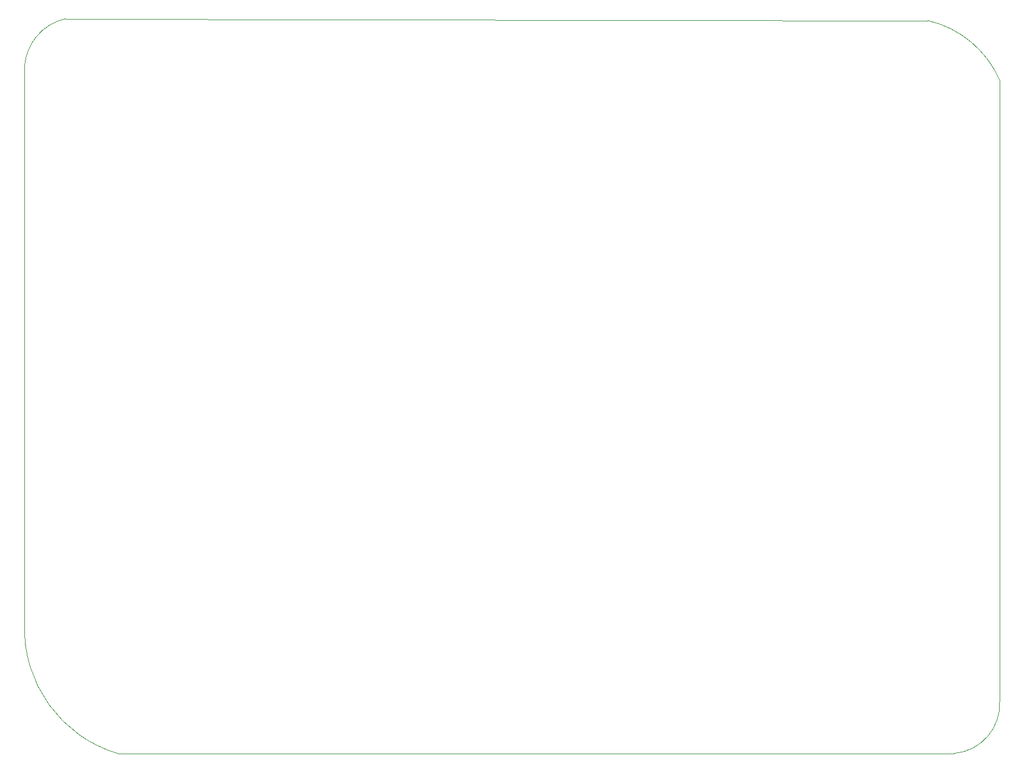
<source format=gbr>
%TF.GenerationSoftware,KiCad,Pcbnew,(6.0.1-0)*%
%TF.CreationDate,2023-02-28T13:23:55-05:00*%
%TF.ProjectId,rear-control-board,72656172-2d63-46f6-9e74-726f6c2d626f,rev?*%
%TF.SameCoordinates,Original*%
%TF.FileFunction,Profile,NP*%
%FSLAX46Y46*%
G04 Gerber Fmt 4.6, Leading zero omitted, Abs format (unit mm)*
G04 Created by KiCad (PCBNEW (6.0.1-0)) date 2023-02-28 13:23:55*
%MOMM*%
%LPD*%
G01*
G04 APERTURE LIST*
%TA.AperFunction,Profile*%
%ADD10C,0.050000*%
%TD*%
G04 APERTURE END LIST*
D10*
X197500000Y-83500000D02*
X197500000Y-68750000D01*
X197500000Y-68750000D02*
G75*
G03*
X187250000Y-60250000I-13604813J-5975656D01*
G01*
X71750000Y-164750000D02*
X191000000Y-164750000D01*
X187250000Y-60250000D02*
X64250000Y-60000000D01*
X58500000Y-146250000D02*
G75*
G03*
X71750000Y-164750000I18562742J-699995D01*
G01*
X58500000Y-66750000D02*
X58500000Y-146250000D01*
X197500000Y-157250000D02*
X197500000Y-83500000D01*
X191000000Y-164750000D02*
G75*
G03*
X197500000Y-157250001I-590927J7078803D01*
G01*
X64250000Y-60000000D02*
G75*
G03*
X58500000Y-66750000I1769133J-7331113D01*
G01*
M02*

</source>
